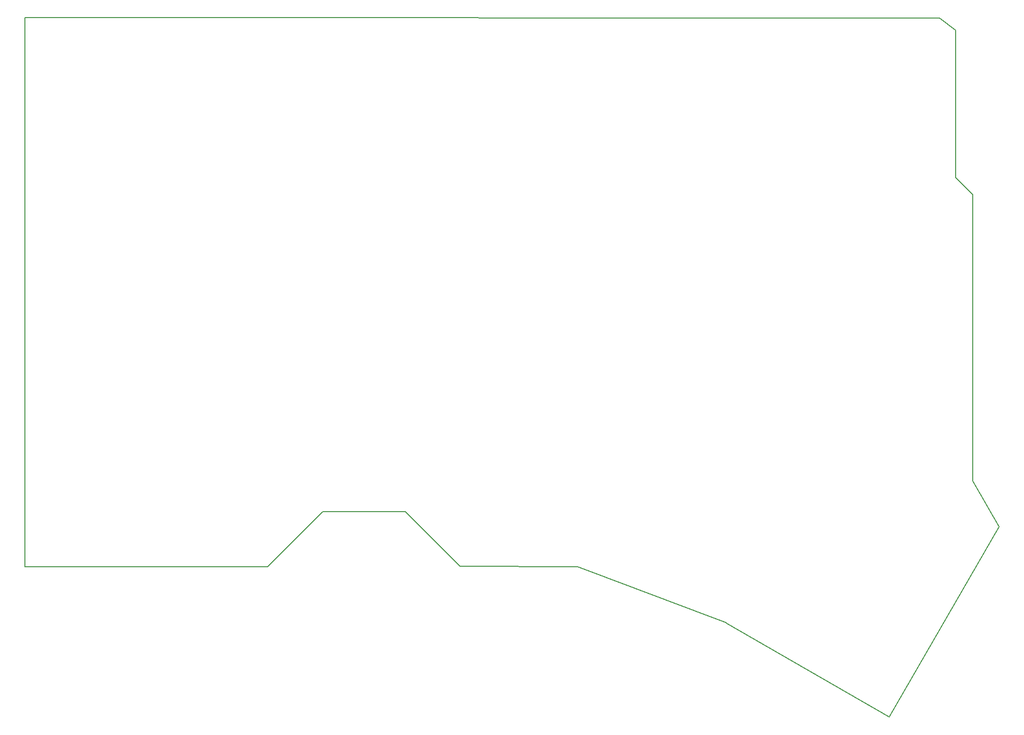
<source format=gbr>
G04 #@! TF.GenerationSoftware,KiCad,Pcbnew,(5.0.0)*
G04 #@! TF.CreationDate,2019-01-26T20:43:56+09:00*
G04 #@! TF.ProjectId,Manta60BLE_Bottom,4D616E74613630424C455F426F74746F,rev?*
G04 #@! TF.SameCoordinates,Original*
G04 #@! TF.FileFunction,Profile,NP*
%FSLAX46Y46*%
G04 Gerber Fmt 4.6, Leading zero omitted, Abs format (unit mm)*
G04 Created by KiCad (PCBNEW (5.0.0)) date 01/26/19 20:43:56*
%MOMM*%
%LPD*%
G01*
G04 APERTURE LIST*
%ADD10C,0.200000*%
G04 APERTURE END LIST*
D10*
X115917450Y-128581500D02*
X136346450Y-128586500D01*
X40474350Y-33326200D02*
X40474350Y-128586500D01*
X82579350Y-128586500D02*
X92109350Y-119056500D01*
X190303450Y-154694500D02*
X209358450Y-121690500D01*
X115917450Y-128581500D02*
X106406450Y-119062500D01*
X136346450Y-128586500D02*
X162095450Y-138402500D01*
X204834450Y-64056500D02*
X201834450Y-61023500D01*
X40474350Y-33326200D02*
X199040450Y-33337500D01*
X162092450Y-138406500D02*
X190303450Y-154694500D01*
X201834450Y-61023500D02*
X201834450Y-35496500D01*
X204834450Y-113728500D02*
X209358450Y-121690500D01*
X201834450Y-35496500D02*
X199040450Y-33337500D01*
X204834450Y-111305699D02*
X204834450Y-64056500D01*
X92106750Y-119062500D02*
X106406450Y-119062500D01*
X204819450Y-113728500D02*
X204819450Y-111124500D01*
X70897650Y-128587500D02*
X82581650Y-128587500D01*
X40481250Y-128587500D02*
X70897650Y-128587500D01*
M02*

</source>
